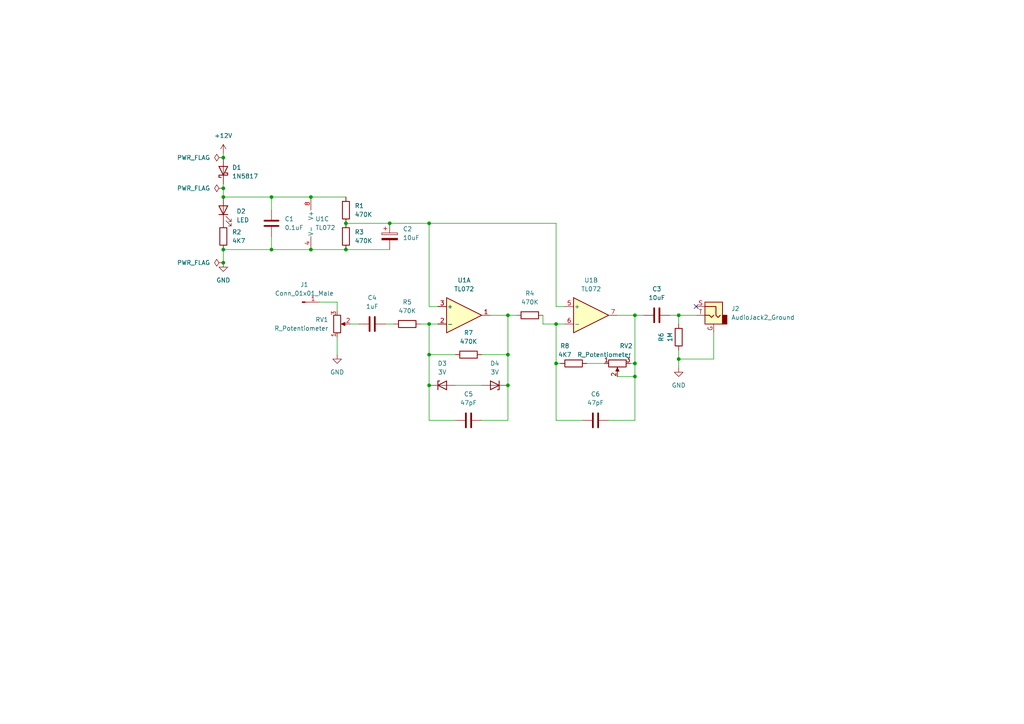
<source format=kicad_sch>
(kicad_sch (version 20220914) (generator eeschema)
  (paper "A4")
  (lib_symbols
    (symbol "Amplifier_Operational:TL072" (pin_names (offset 0.127))
      (property "Reference" "U" (at 0 5.08 0))
      (property "Value" "TL072" (at 0 -5.08 0))
      (symbol "TL072_1_1"
        (polyline (pts (xy -5.08 5.08) (xy 5.08 0) (xy -5.08 -5.08) (xy -5.08 5.08)) (stroke (width 0.254)) (fill (type background)))
        (pin output line (at 7.62 0 180) (length 2.54) (name "~") (number "1"))
        (pin input line (at -7.62 -2.54 0) (length 2.54) (name "-") (number "2"))
        (pin input line (at -7.62 2.54 0) (length 2.54) (name "+") (number "3"))
      )
      (symbol "TL072_2_1"
        (polyline (pts (xy -5.08 5.08) (xy 5.08 0) (xy -5.08 -5.08) (xy -5.08 5.08)) (stroke (width 0.254)) (fill (type background)))
        (pin input line (at -7.62 2.54 0) (length 2.54) (name "+") (number "5"))
        (pin input line (at -7.62 -2.54 0) (length 2.54) (name "-") (number "6"))
        (pin output line (at 7.62 0 180) (length 2.54) (name "~") (number "7"))
      )
      (symbol "TL072_3_1"
        (pin power_in line (at -2.54 -7.62 90) (length 3.81) (name "V-") (number "4"))
        (pin power_in line (at -2.54 7.62 270) (length 3.81) (name "V+") (number "8"))
      )
    )
    (symbol "Connector:AudioJack2_Ground"
      (property "Reference" "J" (at 0 8.89 0))
      (property "Value" "AudioJack2_Ground" (at 0 6.35 0))
      (symbol "AudioJack2_Ground_0_1"
        (rectangle (start -2.54 -2.54) (end -3.81 0) (stroke (width 0.254)) (fill (type outline)))
        (polyline (pts (xy 0 0) (xy 0.635 -0.635) (xy 1.27 0) (xy 2.54 0)) (stroke (width 0.254)))
        (polyline (pts (xy 2.54 2.54) (xy -0.635 2.54) (xy -0.635 0) (xy -1.27 -0.635) (xy -1.905 0)) (stroke (width 0.254)))
        (rectangle (start 2.54 3.81) (end -2.54 -2.54) (stroke (width 0.254)) (fill (type background)))
      )
      (symbol "AudioJack2_Ground_1_1"
        (pin passive line (at 0 -5.08 90) (length 2.54) (name "~") (number "G"))
        (pin passive line (at 5.08 2.54 180) (length 2.54) (name "~") (number "S"))
        (pin passive line (at 5.08 0 180) (length 2.54) (name "~") (number "T"))
      )
    )
    (symbol "Connector:Conn_01x01_Male" (pin_names (offset 1.016) hide)
      (property "Reference" "J" (at 0 2.54 0))
      (property "Value" "Conn_01x01_Male" (at 0 -2.54 0))
      (symbol "Conn_01x01_Male_1_1"
        (polyline (pts (xy 1.27 0) (xy 0.8636 0)) (stroke (width 0.1524)))
        (rectangle (start 0.8636 0.127) (end 0 -0.127) (stroke (width 0.1524)) (fill (type outline)))
        (pin passive line (at 5.08 0 180) (length 3.81) (name "Pin_1") (number "1"))
      )
    )
    (symbol "Device:C" (pin_numbers hide) (pin_names (offset 0.254))
      (property "Reference" "C" (at 0.635 2.54 0))
      (property "Value" "C" (at 0.635 -2.54 0))
      (symbol "C_0_1"
        (polyline (pts (xy -2.032 -0.762) (xy 2.032 -0.762)) (stroke (width 0.508)))
        (polyline (pts (xy -2.032 0.762) (xy 2.032 0.762)) (stroke (width 0.508)))
      )
      (symbol "C_1_1"
        (pin passive line (at 0 3.81 270) (length 2.794) (name "~") (number "1"))
        (pin passive line (at 0 -3.81 90) (length 2.794) (name "~") (number "2"))
      )
    )
    (symbol "Device:C_Polarized" (pin_numbers hide) (pin_names (offset 0.254))
      (property "Reference" "C" (at 0.635 2.54 0))
      (property "Value" "C_Polarized" (at 0.635 -2.54 0))
      (symbol "C_Polarized_0_1"
        (rectangle (start -2.286 0.508) (end 2.286 1.016))
        (polyline (pts (xy -1.778 2.286) (xy -0.762 2.286)))
        (polyline (pts (xy -1.27 2.794) (xy -1.27 1.778)))
        (rectangle (start 2.286 -0.508) (end -2.286 -1.016) (fill (type outline)))
      )
      (symbol "C_Polarized_1_1"
        (pin passive line (at 0 3.81 270) (length 2.794) (name "~") (number "1"))
        (pin passive line (at 0 -3.81 90) (length 2.794) (name "~") (number "2"))
      )
    )
    (symbol "Device:D_Zener" (pin_numbers hide) (pin_names (offset 1.016) hide)
      (property "Reference" "D" (at 0 2.54 0))
      (property "Value" "D_Zener" (at 0 -2.54 0))
      (symbol "D_Zener_0_1"
        (polyline (pts (xy 1.27 0) (xy -1.27 0)))
        (polyline (pts (xy -1.27 -1.27) (xy -1.27 1.27) (xy -0.762 1.27)) (stroke (width 0.254)))
        (polyline (pts (xy 1.27 -1.27) (xy 1.27 1.27) (xy -1.27 0) (xy 1.27 -1.27)) (stroke (width 0.254)))
      )
      (symbol "D_Zener_1_1"
        (pin passive line (at -3.81 0 0) (length 2.54) (name "K") (number "1"))
        (pin passive line (at 3.81 0 180) (length 2.54) (name "A") (number "2"))
      )
    )
    (symbol "Device:LED" (pin_numbers hide) (pin_names (offset 1.016) hide)
      (property "Reference" "D" (at 0 2.54 0))
      (property "Value" "LED" (at 0 -2.54 0))
      (symbol "LED_0_1"
        (polyline (pts (xy -1.27 -1.27) (xy -1.27 1.27)) (stroke (width 0.254)))
        (polyline (pts (xy -1.27 0) (xy 1.27 0)))
        (polyline (pts (xy 1.27 -1.27) (xy 1.27 1.27) (xy -1.27 0) (xy 1.27 -1.27)) (stroke (width 0.254)))
        (polyline (pts (xy -3.048 -0.762) (xy -4.572 -2.286) (xy -3.81 -2.286) (xy -4.572 -2.286) (xy -4.572 -1.524)))
        (polyline (pts (xy -1.778 -0.762) (xy -3.302 -2.286) (xy -2.54 -2.286) (xy -3.302 -2.286) (xy -3.302 -1.524)))
      )
      (symbol "LED_1_1"
        (pin passive line (at -3.81 0 0) (length 2.54) (name "K") (number "1"))
        (pin passive line (at 3.81 0 180) (length 2.54) (name "A") (number "2"))
      )
    )
    (symbol "Device:R" (pin_numbers hide) (pin_names (offset 0))
      (property "Reference" "R" (at 2.032 0 90))
      (property "Value" "R" (at 0 0 90))
      (symbol "R_0_1"
        (rectangle (start -1.016 -2.54) (end 1.016 2.54) (stroke (width 0.254)))
      )
      (symbol "R_1_1"
        (pin passive line (at 0 3.81 270) (length 1.27) (name "~") (number "1"))
        (pin passive line (at 0 -3.81 90) (length 1.27) (name "~") (number "2"))
      )
    )
    (symbol "Device:R_Potentiometer" (pin_names (offset 1.016) hide)
      (property "Reference" "RV" (at -4.445 0 90))
      (property "Value" "R_Potentiometer" (at -2.54 0 90))
      (symbol "R_Potentiometer_0_1"
        (polyline (pts (xy 2.54 0) (xy 1.524 0)))
        (polyline (pts (xy 1.143 0) (xy 2.286 0.508) (xy 2.286 -0.508) (xy 1.143 0)) (fill (type outline)))
        (rectangle (start 1.016 2.54) (end -1.016 -2.54) (stroke (width 0.254)))
      )
      (symbol "R_Potentiometer_1_1"
        (pin passive line (at 0 3.81 270) (length 1.27) (name "1") (number "1"))
        (pin passive line (at 3.81 0 180) (length 1.27) (name "2") (number "2"))
        (pin passive line (at 0 -3.81 90) (length 1.27) (name "3") (number "3"))
      )
    )
    (symbol "Diode:1N5817" (pin_numbers hide) (pin_names (offset 1.016) hide)
      (property "Reference" "D" (at 0 2.54 0))
      (property "Value" "1N5817" (at 0 -2.54 0))
      (symbol "1N5817_0_1"
        (polyline (pts (xy 1.27 0) (xy -1.27 0)))
        (polyline (pts (xy 1.27 1.27) (xy 1.27 -1.27) (xy -1.27 0) (xy 1.27 1.27)) (stroke (width 0.254)))
        (polyline (pts (xy -1.905 0.635) (xy -1.905 1.27) (xy -1.27 1.27) (xy -1.27 -1.27) (xy -0.635 -1.27) (xy -0.635 -0.635)) (stroke (width 0.254)))
      )
      (symbol "1N5817_1_1"
        (pin passive line (at -3.81 0 0) (length 2.54) (name "K") (number "1"))
        (pin passive line (at 3.81 0 180) (length 2.54) (name "A") (number "2"))
      )
    )
    (symbol "power:+12V" (power) (pin_names (offset 0))
      (property "Value" "+12V" (at 0 3.556 0))
      (symbol "+12V_0_1"
        (polyline (pts (xy -0.762 1.27) (xy 0 2.54)))
        (polyline (pts (xy 0 0) (xy 0 2.54)))
        (polyline (pts (xy 0 2.54) (xy 0.762 1.27)))
      )
      (symbol "+12V_1_1"
        (pin power_in line (at 0 0 90) (length 0) hide (name "+12V") (number "1"))
      )
    )
    (symbol "power:GND" (power) (pin_names (offset 0))
      (property "Value" "GND" (at 0 -3.81 0))
      (symbol "GND_0_1"
        (polyline (pts (xy 0 0) (xy 0 -1.27) (xy 1.27 -1.27) (xy 0 -2.54) (xy -1.27 -1.27) (xy 0 -1.27)))
      )
      (symbol "GND_1_1"
        (pin power_in line (at 0 0 270) (length 0) hide (name "GND") (number "1"))
      )
    )
    (symbol "power:PWR_FLAG" (power) (pin_numbers hide) (pin_names (offset 0) hide)
      (property "Value" "PWR_FLAG" (at 0 3.81 0))
      (symbol "PWR_FLAG_0_0"
        (pin power_out line (at 0 0 90) (length 0) (name "pwr") (number "1"))
      )
      (symbol "PWR_FLAG_0_1"
        (polyline (pts (xy 0 0) (xy 0 1.27) (xy -1.016 1.905) (xy 0 2.54) (xy 1.016 1.905) (xy 0 1.27)))
      )
    )
  )
  (junction (at 100.33 64.77))
  (junction (at 64.77 45.72))
  (junction (at 78.74 57.15))
  (junction (at 64.77 54.61))
  (junction (at 161.29 105.41))
  (junction (at 184.15 91.44))
  (junction (at 78.74 72.39))
  (junction (at 196.85 104.14))
  (junction (at 124.46 102.87))
  (junction (at 90.17 72.39))
  (junction (at 124.46 111.76))
  (junction (at 64.77 72.39))
  (junction (at 196.85 91.44))
  (junction (at 100.33 72.39))
  (junction (at 147.32 102.87))
  (junction (at 64.77 57.15))
  (junction (at 147.32 91.44))
  (junction (at 161.29 93.98))
  (junction (at 124.46 93.98))
  (junction (at 184.15 105.41))
  (junction (at 184.15 109.22))
  (junction (at 124.46 64.77))
  (junction (at 113.03 64.77))
  (junction (at 64.77 76.2))
  (junction (at 147.32 111.76))
  (junction (at 90.17 57.15))
  (no_connect (at 201.93 88.9))
  (wire (pts (xy 90.17 57.15) (xy 100.33 57.15)))
  (wire (pts (xy 147.32 102.87) (xy 147.32 111.76)))
  (wire (pts (xy 184.15 121.92) (xy 184.15 109.22)))
  (wire (pts (xy 147.32 121.92) (xy 139.7 121.92)))
  (wire (pts (xy 64.77 57.15) (xy 78.74 57.15)))
  (wire (pts (xy 142.24 91.44) (xy 147.32 91.44)))
  (wire (pts (xy 90.17 72.39) (xy 100.33 72.39)))
  (wire (pts (xy 207.01 96.52) (xy 207.01 104.14)))
  (wire (pts (xy 184.15 91.44) (xy 179.07 91.44)))
  (wire (pts (xy 124.46 93.98) (xy 127 93.98)))
  (wire (pts (xy 161.29 88.9) (xy 163.83 88.9)))
  (wire (pts (xy 113.03 64.77) (xy 124.46 64.77)))
  (wire (pts (xy 64.77 53.34) (xy 64.77 54.61)))
  (wire (pts (xy 194.31 91.44) (xy 196.85 91.44)))
  (wire (pts (xy 124.46 88.9) (xy 127 88.9)))
  (wire (pts (xy 147.32 91.44) (xy 147.32 102.87)))
  (wire (pts (xy 124.46 64.77) (xy 124.46 88.9)))
  (wire (pts (xy 149.86 91.44) (xy 147.32 91.44)))
  (wire (pts (xy 184.15 105.41) (xy 184.15 91.44)))
  (wire (pts (xy 121.92 93.98) (xy 124.46 93.98)))
  (wire (pts (xy 161.29 105.41) (xy 162.56 105.41)))
  (wire (pts (xy 184.15 109.22) (xy 184.15 105.41)))
  (wire (pts (xy 78.74 57.15) (xy 90.17 57.15)))
  (wire (pts (xy 92.71 87.63) (xy 97.79 87.63)))
  (wire (pts (xy 179.07 109.22) (xy 184.15 109.22)))
  (wire (pts (xy 97.79 97.79) (xy 97.79 102.87)))
  (wire (pts (xy 186.69 91.44) (xy 184.15 91.44)))
  (wire (pts (xy 132.08 111.76) (xy 139.7 111.76)))
  (wire (pts (xy 176.53 121.92) (xy 184.15 121.92)))
  (wire (pts (xy 196.85 91.44) (xy 196.85 93.98)))
  (wire (pts (xy 196.85 91.44) (xy 201.93 91.44)))
  (wire (pts (xy 161.29 105.41) (xy 161.29 121.92)))
  (wire (pts (xy 78.74 68.58) (xy 78.74 72.39)))
  (wire (pts (xy 161.29 93.98) (xy 163.83 93.98)))
  (wire (pts (xy 124.46 64.77) (xy 161.29 64.77)))
  (wire (pts (xy 157.48 93.98) (xy 161.29 93.98)))
  (wire (pts (xy 100.33 64.77) (xy 113.03 64.77)))
  (wire (pts (xy 101.6 93.98) (xy 104.14 93.98)))
  (wire (pts (xy 132.08 121.92) (xy 124.46 121.92)))
  (wire (pts (xy 161.29 93.98) (xy 161.29 105.41)))
  (wire (pts (xy 64.77 44.45) (xy 64.77 45.72)))
  (wire (pts (xy 100.33 72.39) (xy 113.03 72.39)))
  (wire (pts (xy 64.77 54.61) (xy 64.77 57.15)))
  (wire (pts (xy 78.74 72.39) (xy 90.17 72.39)))
  (wire (pts (xy 139.7 102.87) (xy 147.32 102.87)))
  (wire (pts (xy 124.46 102.87) (xy 124.46 93.98)))
  (wire (pts (xy 64.77 72.39) (xy 64.77 76.2)))
  (wire (pts (xy 147.32 111.76) (xy 147.32 121.92)))
  (wire (pts (xy 111.76 93.98) (xy 114.3 93.98)))
  (wire (pts (xy 207.01 104.14) (xy 196.85 104.14)))
  (wire (pts (xy 64.77 72.39) (xy 78.74 72.39)))
  (wire (pts (xy 196.85 101.6) (xy 196.85 104.14)))
  (wire (pts (xy 124.46 121.92) (xy 124.46 111.76)))
  (wire (pts (xy 124.46 102.87) (xy 124.46 111.76)))
  (wire (pts (xy 161.29 88.9) (xy 161.29 64.77)))
  (wire (pts (xy 97.79 87.63) (xy 97.79 90.17)))
  (wire (pts (xy 182.88 105.41) (xy 184.15 105.41)))
  (wire (pts (xy 78.74 57.15) (xy 78.74 60.96)))
  (wire (pts (xy 161.29 121.92) (xy 168.91 121.92)))
  (wire (pts (xy 157.48 91.44) (xy 157.48 93.98)))
  (wire (pts (xy 196.85 104.14) (xy 196.85 106.68)))
  (wire (pts (xy 170.18 105.41) (xy 175.26 105.41)))
  (wire (pts (xy 124.46 102.87) (xy 132.08 102.87)))
  (symbol (lib_id "power:PWR_FLAG") (at 64.77 76.2 90) (unit 1)
    (default_instance (reference "") (unit 1) (value "") (footprint ""))
    (property "Reference" "#FLG02" (effects hide))
    (property "Value" "PWR_FLAG" (at 60.96 76.1999 90) (effects (justify left)))
  )
  (symbol (lib_id "Device:R") (at 64.77 68.58 0) (unit 1)
    (default_instance (reference "") (unit 1) (value "") (footprint ""))
    (property "Reference" "R2" (at 67.31 67.3099 0) (effects (justify left)))
    (property "Value" "4K7" (at 67.31 69.8499 0) (effects (justify left)))
    (property "Footprint" "Resistor_THT:R_Axial_DIN0204_L3.6mm_D1.6mm_P7.62mm_Horizontal" (effects hide))
  )
  (symbol (lib_id "Device:D_Zener") (at 143.51 111.76 180) (unit 1)
    (default_instance (reference "") (unit 1) (value "") (footprint ""))
    (property "Reference" "D4" (at 143.51 105.41 0))
    (property "Value" "3V" (at 143.51 107.95 0))
    (property "Footprint" "Diode_THT:D_DO-15_P10.16mm_Horizontal" (effects hide))
  )
  (symbol (lib_id "Device:R") (at 196.85 97.79 180) (unit 1)
    (default_instance (reference "") (unit 1) (value "") (footprint ""))
    (property "Reference" "R6" (at 191.77 97.79 90))
    (property "Value" "1M" (at 194.31 97.79 90))
    (property "Footprint" "Resistor_THT:R_Axial_DIN0204_L3.6mm_D1.6mm_P7.62mm_Horizontal" (effects hide))
  )
  (symbol (lib_id "Device:R_Potentiometer") (at 179.07 105.41 90) (mirror x) (unit 1)
    (default_instance (reference "") (unit 1) (value "") (footprint ""))
    (property "Reference" "RV2" (at 181.61 100.33 90))
    (property "Value" "R_Potentiometer" (at 175.26 102.87 90))
    (property "Footprint" "Potentiometer_THT:Potentiometer_Bourns_3339S_Horizontal" (effects hide))
  )
  (symbol (lib_id "power:PWR_FLAG") (at 64.77 45.72 90) (unit 1)
    (default_instance (reference "") (unit 1) (value "") (footprint ""))
    (property "Reference" "#FLG0102" (effects hide))
    (property "Value" "PWR_FLAG" (at 60.96 45.7199 90) (effects (justify left)))
  )
  (symbol (lib_id "Device:C") (at 107.95 93.98 90) (unit 1)
    (default_instance (reference "") (unit 1) (value "") (footprint ""))
    (property "Reference" "C4" (at 107.95 86.36 90))
    (property "Value" "1uF" (at 107.95 88.9 90))
    (property "Footprint" "Capacitor_THT:CP_Axial_L10.0mm_D4.5mm_P15.00mm_Horizontal" (effects hide))
  )
  (symbol (lib_id "Device:R") (at 118.11 93.98 90) (unit 1)
    (default_instance (reference "") (unit 1) (value "") (footprint ""))
    (property "Reference" "R5" (at 118.11 87.63 90))
    (property "Value" "470K" (at 118.11 90.17 90))
    (property "Footprint" "Resistor_THT:R_Axial_DIN0204_L3.6mm_D1.6mm_P7.62mm_Horizontal" (effects hide))
  )
  (symbol (lib_id "Device:C") (at 135.89 121.92 90) (unit 1)
    (default_instance (reference "") (unit 1) (value "") (footprint ""))
    (property "Reference" "C5" (at 135.89 114.3 90))
    (property "Value" "47pF" (at 135.89 116.84 90))
    (property "Footprint" "Capacitor_THT:CP_Axial_L10.0mm_D4.5mm_P15.00mm_Horizontal" (effects hide))
  )
  (symbol (lib_id "Amplifier_Operational:TL072") (at 134.62 91.44 0) (unit 1)
    (default_instance (reference "") (unit 1) (value "") (footprint ""))
    (property "Reference" "U1" (at 134.62 81.28 0))
    (property "Value" "TL072" (at 134.62 83.82 0))
    (property "Footprint" "Package_DIP:DIP-8-16_W7.62mm_Socket" (effects hide))
    (property "Datasheet" "http://www.ti.com/lit/ds/symlink/tl071.pdf" (effects hide))
  )
  (symbol (lib_id "power:GND") (at 97.79 102.87 0) (unit 1)
    (default_instance (reference "") (unit 1) (value "") (footprint ""))
    (property "Reference" "#PWR03" (effects hide))
    (property "Value" "GND" (at 97.79 107.95 0))
  )
  (symbol (lib_id "power:+12V") (at 64.77 44.45 0) (unit 1)
    (default_instance (reference "") (unit 1) (value "") (footprint ""))
    (property "Reference" "#PWR01" (effects hide))
    (property "Value" "+12V" (at 64.77 39.37 0))
  )
  (symbol (lib_id "Amplifier_Operational:TL072") (at 171.45 91.44 0) (unit 2)
    (default_instance (reference "") (unit 1) (value "") (footprint ""))
    (property "Reference" "U1" (at 171.45 81.28 0))
    (property "Value" "TL072" (at 171.45 83.82 0))
    (property "Footprint" "Package_DIP:DIP-8-16_W7.62mm_Socket" (effects hide))
    (property "Datasheet" "http://www.ti.com/lit/ds/symlink/tl071.pdf" (effects hide))
  )
  (symbol (lib_id "Device:R") (at 135.89 102.87 90) (unit 1)
    (default_instance (reference "") (unit 1) (value "") (footprint ""))
    (property "Reference" "R7" (at 135.89 96.52 90))
    (property "Value" "470K" (at 135.89 99.06 90))
    (property "Footprint" "Resistor_THT:R_Axial_DIN0204_L3.6mm_D1.6mm_P7.62mm_Horizontal" (effects hide))
  )
  (symbol (lib_id "Device:LED") (at 64.77 60.96 90) (unit 1)
    (default_instance (reference "") (unit 1) (value "") (footprint ""))
    (property "Reference" "D2" (at 68.58 61.2774 90) (effects (justify right)))
    (property "Value" "LED" (at 68.58 63.8174 90) (effects (justify right)))
    (property "Footprint" "LED_THT:LED_D1.8mm_W1.8mm_H2.4mm_Horizontal_O3.81mm_Z1.6mm" (effects hide))
  )
  (symbol (lib_id "power:PWR_FLAG") (at 64.77 54.61 90) (unit 1)
    (default_instance (reference "") (unit 1) (value "") (footprint ""))
    (property "Reference" "#FLG0101" (effects hide))
    (property "Value" "PWR_FLAG" (at 60.96 54.6099 90) (effects (justify left)))
  )
  (symbol (lib_id "Device:R") (at 153.67 91.44 90) (unit 1)
    (default_instance (reference "") (unit 1) (value "") (footprint ""))
    (property "Reference" "R4" (at 153.67 85.09 90))
    (property "Value" "470K" (at 153.67 87.63 90))
    (property "Footprint" "Resistor_THT:R_Axial_DIN0204_L3.6mm_D1.6mm_P7.62mm_Horizontal" (effects hide))
  )
  (symbol (lib_id "Device:C_Polarized") (at 113.03 68.58 0) (unit 1)
    (default_instance (reference "") (unit 1) (value "") (footprint ""))
    (property "Reference" "C2" (at 116.84 66.4209 0) (effects (justify left)))
    (property "Value" "10uF" (at 116.84 68.9609 0) (effects (justify left)))
    (property "Footprint" "Capacitor_THT:CP_Axial_L10.0mm_D4.5mm_P15.00mm_Horizontal" (effects hide))
  )
  (symbol (lib_id "Device:R") (at 100.33 68.58 0) (unit 1)
    (default_instance (reference "") (unit 1) (value "") (footprint ""))
    (property "Reference" "R3" (at 102.87 67.3099 0) (effects (justify left)))
    (property "Value" "470K" (at 102.87 69.8499 0) (effects (justify left)))
    (property "Footprint" "Resistor_THT:R_Axial_DIN0204_L3.6mm_D1.6mm_P7.62mm_Horizontal" (effects hide))
  )
  (symbol (lib_id "Device:C") (at 78.74 64.77 0) (unit 1)
    (default_instance (reference "") (unit 1) (value "") (footprint ""))
    (property "Reference" "C1" (at 82.55 63.4999 0) (effects (justify left)))
    (property "Value" "0.1uF" (at 82.55 66.04 0) (effects (justify left)))
    (property "Footprint" "Capacitor_THT:CP_Axial_L10.0mm_D4.5mm_P15.00mm_Horizontal" (effects hide))
  )
  (symbol (lib_id "Device:R_Potentiometer") (at 97.79 93.98 0) (mirror x) (unit 1)
    (default_instance (reference "") (unit 1) (value "") (footprint ""))
    (property "Reference" "RV1" (at 95.25 92.7099 0) (effects (justify right)))
    (property "Value" "R_Potentiometer" (at 95.25 95.2499 0) (effects (justify right)))
    (property "Footprint" "Potentiometer_THT:Potentiometer_Bourns_3339S_Horizontal" (effects hide))
  )
  (symbol (lib_id "Amplifier_Operational:TL072") (at 92.71 64.77 0) (unit 3)
    (default_instance (reference "") (unit 1) (value "") (footprint ""))
    (property "Reference" "U1" (at 91.44 63.4999 0) (effects (justify left)))
    (property "Value" "TL072" (at 91.44 66.0399 0) (effects (justify left)))
    (property "Footprint" "Package_DIP:DIP-8-16_W7.62mm_Socket" (effects hide))
    (property "Datasheet" "http://www.ti.com/lit/ds/symlink/tl071.pdf" (effects hide))
  )
  (symbol (lib_id "Device:R") (at 166.37 105.41 90) (unit 1)
    (default_instance (reference "") (unit 1) (value "") (footprint ""))
    (property "Reference" "R8" (at 163.83 100.33 90))
    (property "Value" "4K7" (at 163.83 102.87 90))
    (property "Footprint" "Resistor_THT:R_Axial_DIN0204_L3.6mm_D1.6mm_P7.62mm_Horizontal" (effects hide))
  )
  (symbol (lib_id "power:GND") (at 196.85 106.68 0) (unit 1)
    (default_instance (reference "") (unit 1) (value "") (footprint ""))
    (property "Reference" "#PWR04" (effects hide))
    (property "Value" "GND" (at 196.85 111.76 0))
  )
  (symbol (lib_id "Connector:AudioJack2_Ground") (at 207.01 91.44 0) (mirror y) (unit 1)
    (default_instance (reference "") (unit 1) (value "") (footprint ""))
    (property "Reference" "J2" (at 212.09 89.5349 0) (effects (justify right)))
    (property "Value" "AudioJack2_Ground" (at 212.09 92.0749 0) (effects (justify right)))
    (property "Footprint" "Resistor_THT:R_Axial_DIN0204_L3.6mm_D1.6mm_P7.62mm_Horizontal" (effects hide))
  )
  (symbol (lib_id "Diode:1N5817") (at 64.77 49.53 90) (unit 1)
    (default_instance (reference "") (unit 1) (value "") (footprint ""))
    (property "Reference" "D1" (at 67.31 48.5774 90) (effects (justify right)))
    (property "Value" "1N5817" (at 67.31 51.1174 90) (effects (justify right)))
    (property "Footprint" "Diode_THT:D_DO-41_SOD81_P10.16mm_Horizontal" (effects hide))
    (property "Datasheet" "http://www.vishay.com/docs/88525/1n5817.pdf" (effects hide))
  )
  (symbol (lib_id "power:GND") (at 64.77 76.2 0) (unit 1)
    (default_instance (reference "") (unit 1) (value "") (footprint ""))
    (property "Reference" "#PWR02" (effects hide))
    (property "Value" "GND" (at 64.77 81.28 0))
  )
  (symbol (lib_id "Device:C") (at 190.5 91.44 90) (unit 1)
    (default_instance (reference "") (unit 1) (value "") (footprint ""))
    (property "Reference" "C3" (at 190.5 83.82 90))
    (property "Value" "10uF" (at 190.5 86.36 90))
    (property "Footprint" "Capacitor_THT:CP_Axial_L10.0mm_D4.5mm_P15.00mm_Horizontal" (effects hide))
  )
  (symbol (lib_id "Device:C") (at 172.72 121.92 90) (unit 1)
    (default_instance (reference "") (unit 1) (value "") (footprint ""))
    (property "Reference" "C6" (at 172.72 114.3 90))
    (property "Value" "47pF" (at 172.72 116.84 90))
    (property "Footprint" "Capacitor_THT:CP_Axial_L10.0mm_D4.5mm_P15.00mm_Horizontal" (effects hide))
  )
  (symbol (lib_id "Device:D_Zener") (at 128.27 111.76 0) (unit 1)
    (default_instance (reference "") (unit 1) (value "") (footprint ""))
    (property "Reference" "D3" (at 128.27 105.41 0))
    (property "Value" "3V" (at 128.27 107.95 0))
    (property "Footprint" "Diode_THT:D_DO-15_P10.16mm_Horizontal" (effects hide))
  )
  (symbol (lib_id "Device:R") (at 100.33 60.96 0) (unit 1)
    (default_instance (reference "") (unit 1) (value "") (footprint ""))
    (property "Reference" "R1" (at 102.87 59.6899 0) (effects (justify left)))
    (property "Value" "470K" (at 102.87 62.2299 0) (effects (justify left)))
    (property "Footprint" "Resistor_THT:R_Axial_DIN0204_L3.6mm_D1.6mm_P7.62mm_Horizontal" (effects hide))
  )
  (symbol (lib_id "Connector:Conn_01x01_Male") (at 87.63 87.63 0) (unit 1)
    (default_instance (reference "") (unit 1) (value "") (footprint ""))
    (property "Reference" "J1" (at 88.265 82.55 0))
    (property "Value" "Conn_01x01_Male" (at 88.265 85.09 0))
    (property "Footprint" "Connector_Pin:Pin_D1.0mm_L10.0mm" (effects hide))
  )
)
</source>
